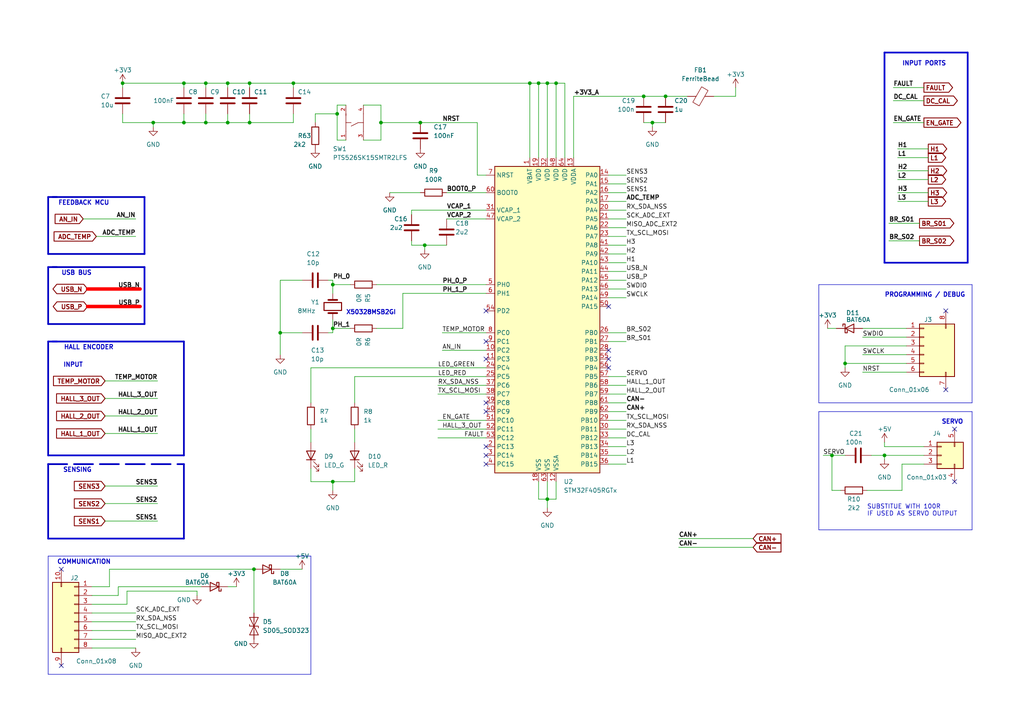
<source format=kicad_sch>
(kicad_sch (version 20231120) (generator "eeschema") (generator_version "8.0")
  (paper "A4")
  (lib_symbols
    (symbol "Connector_Generic:Conn_01x03" (pin_names (offset 1.016) hide)
      (property "Reference" "J2" (at -2.54 6.35 0))
      (property "Value" "Conn_01x03" (at -12.7 -5.08 0))
      (symbol "Conn_01x03_1_1"
        (rectangle (start -1.27 -2.413) (end 0 -2.667) (stroke (width 0.1524)))
        (rectangle (start -1.27 0.127) (end 0 -0.127) (stroke (width 0.1524)))
        (rectangle (start -1.27 2.667) (end 0 2.413) (stroke (width 0.1524)))
        (rectangle (start -1.27 3.81) (end 6.35 -3.81) (stroke (width 0.254)) (fill (type background)))
        (rectangle (start 3.683 -3.81) (end 3.937 -2.54) (stroke (width 0.1524)))
        (rectangle (start 3.937 3.81) (end 3.683 2.54) (stroke (width 0.1524)))
        (pin passive line (at -5.08 2.54 0) (length 3.81) (name "Pin_1") (number "1"))
        (pin passive line (at -5.08 0 0) (length 3.81) (name "Pin_2") (number "2"))
        (pin passive line (at -5.08 -2.54 0) (length 3.81) (name "Pin_3") (number "3"))
        (pin passive line (at 3.81 -7.62 90) (length 3.81) (name "Pin_4") (number "4"))
        (pin passive line (at 3.81 7.62 270) (length 3.81) (name "Pin_5") (number "5"))
      )
    )
    (symbol "Connector_Generic:Conn_01x06" (pin_names (offset 1.016) hide)
      (property "Reference" "J1" (at 0 7.62 0))
      (property "Value" "Conn_01x06" (at -10.16 -12.7 0))
      (symbol "Conn_01x06_1_1"
        (rectangle (start -1.27 -7.493) (end 0 -7.747) (stroke (width 0.1524)))
        (rectangle (start -1.27 -4.953) (end 0 -5.207) (stroke (width 0.1524)))
        (rectangle (start -1.27 -2.413) (end 0 -2.667) (stroke (width 0.1524)))
        (rectangle (start -1.27 0.127) (end 0 -0.127) (stroke (width 0.1524)))
        (rectangle (start -1.27 2.667) (end 0 2.413) (stroke (width 0.1524)))
        (rectangle (start -1.27 5.207) (end 0 4.953) (stroke (width 0.1524)))
        (rectangle (start -1.27 6.35) (end 8.89 -8.89) (stroke (width 0.254)) (fill (type background)))
        (rectangle (start 6.223 -8.89) (end 6.477 -7.62) (stroke (width 0.1524)))
        (rectangle (start 6.477 6.35) (end 6.223 5.08) (stroke (width 0.1524)))
        (pin passive line (at -5.08 5.08 0) (length 3.81) (name "Pin_1") (number "1"))
        (pin passive line (at -5.08 2.54 0) (length 3.81) (name "Pin_2") (number "2"))
        (pin passive line (at -5.08 0 0) (length 3.81) (name "Pin_3") (number "3"))
        (pin passive line (at -5.08 -2.54 0) (length 3.81) (name "Pin_4") (number "4"))
        (pin passive line (at -5.08 -5.08 0) (length 3.81) (name "Pin_5") (number "5"))
        (pin passive line (at -5.08 -7.62 0) (length 3.81) (name "Pin_6") (number "6"))
        (pin passive line (at 6.35 -12.7 90) (length 3.81) (name "Pin_7") (number "7"))
        (pin passive line (at 6.35 10.16 270) (length 3.81) (name "Pin_8") (number "8"))
      )
    )
    (symbol "Connector_Generic:Conn_01x08" (pin_names (offset 1.016) hide)
      (property "Reference" "J3" (at 0 10.16 0))
      (property "Value" "Conn_01x08" (at -6.35 -13.97 0))
      (symbol "Conn_01x08_1_1"
        (rectangle (start -1.27 -10.033) (end 0 -10.287) (stroke (width 0.1524)))
        (rectangle (start -1.27 -7.493) (end 0 -7.747) (stroke (width 0.1524)))
        (rectangle (start -1.27 -4.953) (end 0 -5.207) (stroke (width 0.1524)))
        (rectangle (start -1.27 -2.413) (end 0 -2.667) (stroke (width 0.1524)))
        (rectangle (start -1.27 0.127) (end 0 -0.127) (stroke (width 0.1524)))
        (rectangle (start -1.27 2.667) (end 0 2.413) (stroke (width 0.1524)))
        (rectangle (start -1.27 5.207) (end 0 4.953) (stroke (width 0.1524)))
        (rectangle (start -1.27 7.747) (end 0 7.493) (stroke (width 0.1524)))
        (rectangle (start -1.27 8.89) (end 6.35 -11.43) (stroke (width 0.254)) (fill (type background)))
        (rectangle (start 3.683 -11.43) (end 3.937 -10.16) (stroke (width 0.1524)))
        (rectangle (start 3.937 8.89) (end 3.683 7.62) (stroke (width 0.1524)))
        (pin passive line (at -5.08 7.62 0) (length 3.81) (name "Pin_1") (number "1"))
        (pin passive line (at 3.81 12.7 270) (length 3.81) (name "Pin_10") (number "10"))
        (pin passive line (at -5.08 5.08 0) (length 3.81) (name "Pin_2") (number "2"))
        (pin passive line (at -5.08 2.54 0) (length 3.81) (name "Pin_3") (number "3"))
        (pin passive line (at -5.08 0 0) (length 3.81) (name "Pin_4") (number "4"))
        (pin passive line (at -5.08 -2.54 0) (length 3.81) (name "Pin_5") (number "5"))
        (pin passive line (at -5.08 -5.08 0) (length 3.81) (name "Pin_6") (number "6"))
        (pin passive line (at -5.08 -7.62 0) (length 3.81) (name "Pin_7") (number "7"))
        (pin passive line (at -5.08 -10.16 0) (length 3.81) (name "Pin_8") (number "8"))
        (pin passive line (at 3.81 -15.24 90) (length 3.81) (name "Pin_9") (number "9"))
      )
    )
    (symbol "DF_ESC_Symbol_Library:PTS526SK15SMTR2LFS" (pin_names hide)
      (property "Reference" "SW" (at 0 1.27 0))
      (property "Value" "PTS526SK15SMTR2LFS" (at 0 -2.54 0))
      (symbol "PTS526SK15SMTR2LFS_0_0"
        (polyline (pts (xy -2.54 -15.24) (xy 2.54 -15.24)))
        (polyline (pts (xy -2.54 -10.16) (xy 2.54 -10.16)))
        (polyline (pts (xy 0 -10.16) (xy 0 -11.684)))
        (polyline (pts (xy 2.032 -10.16) (xy 2.54 -10.16)))
        (polyline (pts (xy 0 -15.24) (xy 0 -13.716) (xy -1.016 -11.684)))
        (pin passive line (at -5.08 -10.16 0) (length 2.54) (name "1") (number "1"))
        (pin passive line (at 5.08 -10.16 180) (length 2.54) (name "2") (number "2"))
        (pin passive line (at -5.08 -15.24 0) (length 2.54) (name "3") (number "3"))
        (pin passive line (at 5.08 -15.24 180) (length 2.54) (name "4") (number "4"))
      )
    )
    (symbol "Device:C" (pin_numbers hide) (pin_names (offset 0.254))
      (property "Reference" "C" (at 0.635 2.54 0))
      (property "Value" "C" (at 0.635 -2.54 0))
      (symbol "C_0_1"
        (polyline (pts (xy -2.032 -0.762) (xy 2.032 -0.762)) (stroke (width 0.508)))
        (polyline (pts (xy -2.032 0.762) (xy 2.032 0.762)) (stroke (width 0.508)))
      )
      (symbol "C_1_1"
        (pin passive line (at 0 3.81 270) (length 2.794) (name "~") (number "1"))
        (pin passive line (at 0 -3.81 90) (length 2.794) (name "~") (number "2"))
      )
    )
    (symbol "Device:Crystal" (pin_numbers hide) (pin_names (offset 1.016) hide)
      (property "Reference" "Y" (at 0 3.81 0))
      (property "Value" "Crystal" (at 0 -3.81 0))
      (symbol "Crystal_0_1"
        (rectangle (start -1.143 2.54) (end 1.143 -2.54) (stroke (width 0.3048)))
        (polyline (pts (xy -2.54 0) (xy -1.905 0)))
        (polyline (pts (xy -1.905 -1.27) (xy -1.905 1.27)) (stroke (width 0.508)))
        (polyline (pts (xy 1.905 -1.27) (xy 1.905 1.27)) (stroke (width 0.508)))
        (polyline (pts (xy 2.54 0) (xy 1.905 0)))
      )
      (symbol "Crystal_1_1"
        (pin passive line (at -3.81 0 0) (length 1.27) (name "1") (number "1"))
        (pin passive line (at 3.81 0 180) (length 1.27) (name "2") (number "2"))
      )
    )
    (symbol "Device:FerriteBead" (pin_numbers hide) (pin_names (offset 0))
      (property "Reference" "FB" (at -3.81 0.635 90))
      (property "Value" "FerriteBead" (at 3.81 0 90))
      (symbol "FerriteBead_0_1"
        (polyline (pts (xy 0 -1.27) (xy 0 -1.2192)))
        (polyline (pts (xy 0 1.27) (xy 0 1.2954)))
        (polyline (pts (xy -2.7686 0.4064) (xy -1.7018 2.2606) (xy 2.7686 -0.3048) (xy 1.6764 -2.159) (xy -2.7686 0.4064)))
      )
      (symbol "FerriteBead_1_1"
        (pin passive line (at 0 3.81 270) (length 2.54) (name "~") (number "1"))
        (pin passive line (at 0 -3.81 90) (length 2.54) (name "~") (number "2"))
      )
    )
    (symbol "Device:LED" (pin_numbers hide) (pin_names (offset 1.016) hide)
      (property "Reference" "D" (at 0 2.54 0))
      (property "Value" "LED" (at 0 -2.54 0))
      (symbol "LED_0_1"
        (polyline (pts (xy -1.27 -1.27) (xy -1.27 1.27)) (stroke (width 0.254)))
        (polyline (pts (xy -1.27 0) (xy 1.27 0)))
        (polyline (pts (xy 1.27 -1.27) (xy 1.27 1.27) (xy -1.27 0) (xy 1.27 -1.27)) (stroke (width 0.254)))
        (polyline (pts (xy -3.048 -0.762) (xy -4.572 -2.286) (xy -3.81 -2.286) (xy -4.572 -2.286) (xy -4.572 -1.524)))
        (polyline (pts (xy -1.778 -0.762) (xy -3.302 -2.286) (xy -2.54 -2.286) (xy -3.302 -2.286) (xy -3.302 -1.524)))
      )
      (symbol "LED_1_1"
        (pin passive line (at -3.81 0 0) (length 2.54) (name "K") (number "1"))
        (pin passive line (at 3.81 0 180) (length 2.54) (name "A") (number "2"))
      )
    )
    (symbol "Device:R" (pin_numbers hide) (pin_names (offset 0))
      (property "Reference" "R" (at 2.032 0 90))
      (property "Value" "R" (at 0 0 90))
      (symbol "R_0_1"
        (rectangle (start -1.016 -2.54) (end 1.016 2.54) (stroke (width 0.254)))
      )
      (symbol "R_1_1"
        (pin passive line (at 0 3.81 270) (length 1.27) (name "~") (number "1"))
        (pin passive line (at 0 -3.81 90) (length 1.27) (name "~") (number "2"))
      )
    )
    (symbol "Diode:BAT60A" (pin_numbers hide) (pin_names (offset 1.016) hide)
      (property "Reference" "D" (at 0 2.54 0))
      (property "Value" "BAT60A" (at 0 -2.54 0))
      (symbol "BAT60A_0_1"
        (polyline (pts (xy 1.27 0) (xy -1.27 0)))
        (polyline (pts (xy 1.27 1.27) (xy 1.27 -1.27) (xy -1.27 0) (xy 1.27 1.27)) (stroke (width 0.254)))
        (polyline (pts (xy -1.905 0.635) (xy -1.905 1.27) (xy -1.27 1.27) (xy -1.27 -1.27) (xy -0.635 -1.27) (xy -0.635 -0.635)) (stroke (width 0.254)))
      )
      (symbol "BAT60A_1_1"
        (pin passive line (at -3.81 0 0) (length 2.54) (name "K") (number "1"))
        (pin passive line (at 3.81 0 180) (length 2.54) (name "A") (number "2"))
      )
    )
    (symbol "Diode:SD05_SOD323" (pin_numbers hide) (pin_names (offset 1.016) hide)
      (property "Reference" "D" (at 0 2.54 0))
      (property "Value" "SD05_SOD323" (at 0 -2.54 0))
      (symbol "SD05_SOD323_0_1"
        (polyline (pts (xy 1.27 0) (xy -1.27 0)))
        (polyline (pts (xy -2.54 -1.27) (xy 0 0) (xy -2.54 1.27) (xy -2.54 -1.27)) (stroke (width 0.2032)))
        (polyline (pts (xy 0.508 1.27) (xy 0 1.27) (xy 0 -1.27) (xy -0.508 -1.27)) (stroke (width 0.2032)))
        (polyline (pts (xy 2.54 1.27) (xy 2.54 -1.27) (xy 0 0) (xy 2.54 1.27)) (stroke (width 0.2032)))
      )
      (symbol "SD05_SOD323_1_1"
        (pin passive line (at -3.81 0 0) (length 2.54) (name "A1") (number "1"))
        (pin passive line (at 3.81 0 180) (length 2.54) (name "A2") (number "2"))
      )
    )
    (symbol "MCU_ST_STM32F4:STM32F405RGTx"
      (property "Reference" "U1" (at 4.7341 -45.72 0))
      (property "Value" "STM32F405RGTx" (at 4.7341 -48.26 0))
      (symbol "STM32F405RGTx_0_1"
        (rectangle (start -15.24 -43.18) (end 15.24 45.72) (stroke (width 0.254)) (fill (type background)))
      )
      (symbol "STM32F405RGTx_1_1"
        (pin power_in line (at -5.08 48.26 270) (length 2.54) (name "VBAT") (number "1"))
        (pin bidirectional line (at -17.78 -7.62 0) (length 2.54) (name "PC2") (number "10"))
        (pin bidirectional line (at -17.78 -10.16 0) (length 2.54) (name "PC3") (number "11"))
        (pin power_in line (at 2.54 -45.72 90) (length 2.54) (name "VSSA") (number "12"))
        (pin power_in line (at 7.62 48.26 270) (length 2.54) (name "VDDA") (number "13"))
        (pin bidirectional line (at 17.78 43.18 180) (length 2.54) (name "PA0") (number "14"))
        (pin bidirectional line (at 17.78 40.64 180) (length 2.54) (name "PA1") (number "15"))
        (pin bidirectional line (at 17.78 38.1 180) (length 2.54) (name "PA2") (number "16"))
        (pin bidirectional line (at 17.78 35.56 180) (length 2.54) (name "PA3") (number "17"))
        (pin power_in line (at -2.54 -45.72 90) (length 2.54) (name "VSS") (number "18"))
        (pin power_in line (at -2.54 48.26 270) (length 2.54) (name "VDD") (number "19"))
        (pin bidirectional line (at -17.78 -35.56 0) (length 2.54) (name "PC13") (number "2"))
        (pin bidirectional line (at 17.78 33.02 180) (length 2.54) (name "PA4") (number "20"))
        (pin bidirectional line (at 17.78 30.48 180) (length 2.54) (name "PA5") (number "21"))
        (pin bidirectional line (at 17.78 27.94 180) (length 2.54) (name "PA6") (number "22"))
        (pin bidirectional line (at 17.78 25.4 180) (length 2.54) (name "PA7") (number "23"))
        (pin bidirectional line (at -17.78 -12.7 0) (length 2.54) (name "PC4") (number "24"))
        (pin bidirectional line (at -17.78 -15.24 0) (length 2.54) (name "PC5") (number "25"))
        (pin bidirectional line (at 17.78 -2.54 180) (length 2.54) (name "PB0") (number "26"))
        (pin bidirectional line (at 17.78 -5.08 180) (length 2.54) (name "PB1") (number "27"))
        (pin bidirectional line (at 17.78 -7.62 180) (length 2.54) (name "PB2") (number "28"))
        (pin bidirectional line (at 17.78 -27.94 180) (length 2.54) (name "PB10") (number "29"))
        (pin bidirectional line (at -17.78 -38.1 0) (length 2.54) (name "PC14") (number "3"))
        (pin bidirectional line (at 17.78 -30.48 180) (length 2.54) (name "PB11") (number "30"))
        (pin power_out line (at -17.78 33.02 0) (length 2.54) (name "VCAP_1") (number "31"))
        (pin power_in line (at 0 48.26 270) (length 2.54) (name "VDD") (number "32"))
        (pin bidirectional line (at 17.78 -33.02 180) (length 2.54) (name "PB12") (number "33"))
        (pin bidirectional line (at 17.78 -35.56 180) (length 2.54) (name "PB13") (number "34"))
        (pin bidirectional line (at 17.78 -38.1 180) (length 2.54) (name "PB14") (number "35"))
        (pin bidirectional line (at 17.78 -40.64 180) (length 2.54) (name "PB15") (number "36"))
        (pin bidirectional line (at -17.78 -17.78 0) (length 2.54) (name "PC6") (number "37"))
        (pin bidirectional line (at -17.78 -20.32 0) (length 2.54) (name "PC7") (number "38"))
        (pin bidirectional line (at -17.78 -22.86 0) (length 2.54) (name "PC8") (number "39"))
        (pin bidirectional line (at -17.78 -40.64 0) (length 2.54) (name "PC15") (number "4"))
        (pin bidirectional line (at -17.78 -25.4 0) (length 2.54) (name "PC9") (number "40"))
        (pin bidirectional line (at 17.78 22.86 180) (length 2.54) (name "PA8") (number "41"))
        (pin bidirectional line (at 17.78 20.32 180) (length 2.54) (name "PA9") (number "42"))
        (pin bidirectional line (at 17.78 17.78 180) (length 2.54) (name "PA10") (number "43"))
        (pin bidirectional line (at 17.78 15.24 180) (length 2.54) (name "PA11") (number "44"))
        (pin bidirectional line (at 17.78 12.7 180) (length 2.54) (name "PA12") (number "45"))
        (pin bidirectional line (at 17.78 10.16 180) (length 2.54) (name "PA13") (number "46"))
        (pin power_out line (at -17.78 30.48 0) (length 2.54) (name "VCAP_2") (number "47"))
        (pin power_in line (at 2.54 48.26 270) (length 2.54) (name "VDD") (number "48"))
        (pin bidirectional line (at 17.78 7.62 180) (length 2.54) (name "PA14") (number "49"))
        (pin bidirectional line (at -17.78 11.43 0) (length 2.54) (name "PH0") (number "5"))
        (pin bidirectional line (at 17.78 5.08 180) (length 2.54) (name "PA15") (number "50"))
        (pin bidirectional line (at -17.78 -27.94 0) (length 2.54) (name "PC10") (number "51"))
        (pin bidirectional line (at -17.78 -30.48 0) (length 2.54) (name "PC11") (number "52"))
        (pin bidirectional line (at -17.78 -33.02 0) (length 2.54) (name "PC12") (number "53"))
        (pin bidirectional line (at -17.78 3.81 0) (length 2.54) (name "PD2") (number "54"))
        (pin bidirectional line (at 17.78 -10.16 180) (length 2.54) (name "PB3") (number "55"))
        (pin bidirectional line (at 17.78 -12.7 180) (length 2.54) (name "PB4") (number "56"))
        (pin bidirectional line (at 17.78 -15.24 180) (length 2.54) (name "PB5") (number "57"))
        (pin bidirectional line (at 17.78 -17.78 180) (length 2.54) (name "PB6") (number "58"))
        (pin bidirectional line (at 17.78 -20.32 180) (length 2.54) (name "PB7") (number "59"))
        (pin bidirectional line (at -17.78 8.89 0) (length 2.54) (name "PH1") (number "6"))
        (pin input line (at -17.78 38.1 0) (length 2.54) (name "BOOT0") (number "60"))
        (pin bidirectional line (at 17.78 -22.86 180) (length 2.54) (name "PB8") (number "61"))
        (pin bidirectional line (at 17.78 -25.4 180) (length 2.54) (name "PB9") (number "62"))
        (pin passive line (at 0 -45.72 90) (length 2.54) (name "VSS") (number "63"))
        (pin power_in line (at 5.08 48.26 270) (length 2.54) (name "VDD") (number "64"))
        (pin input line (at -17.78 43.18 0) (length 2.54) (name "NRST") (number "7"))
        (pin bidirectional line (at -17.78 -2.54 0) (length 2.54) (name "PC0") (number "8"))
        (pin bidirectional line (at -17.78 -5.08 0) (length 2.54) (name "PC1") (number "9"))
      )
    )
    (symbol "power:+3V3" (power) (pin_names (offset 0))
      (property "Value" "+3V3" (at 0 3.556 0))
      (symbol "+3V3_0_1"
        (polyline (pts (xy -0.762 1.27) (xy 0 2.54)))
        (polyline (pts (xy 0 0) (xy 0 2.54)))
        (polyline (pts (xy 0 2.54) (xy 0.762 1.27)))
      )
      (symbol "+3V3_1_1"
        (pin power_in line (at 0 0 90) (length 0) hide (name "+3V3") (number "1"))
      )
    )
    (symbol "power:+5V" (power) (pin_names (offset 0))
      (property "Value" "+5V" (at 0 3.556 0))
      (symbol "+5V_0_1"
        (polyline (pts (xy -0.762 1.27) (xy 0 2.54)))
        (polyline (pts (xy 0 0) (xy 0 2.54)))
        (polyline (pts (xy 0 2.54) (xy 0.762 1.27)))
      )
      (symbol "+5V_1_1"
        (pin power_in line (at 0 0 90) (length 0) hide (name "+5V") (number "1"))
      )
    )
    (symbol "power:GND" (power) (pin_names (offset 0))
      (property "Value" "GND" (at 0 -3.81 0))
      (symbol "GND_0_1"
        (polyline (pts (xy 0 0) (xy 0 -1.27) (xy 1.27 -1.27) (xy 0 -2.54) (xy -1.27 -1.27) (xy 0 -1.27)))
      )
      (symbol "GND_1_1"
        (pin power_in line (at 0 0 270) (length 0) hide (name "GND") (number "1"))
      )
    )
  )
  (junction (at 53.34 24.13))
  (junction (at 161.29 24.13))
  (junction (at 66.04 24.13))
  (junction (at 72.39 24.13))
  (junction (at 123.19 71.12))
  (junction (at 189.23 35.56))
  (junction (at 53.34 35.56))
  (junction (at 81.28 96.52))
  (junction (at 96.52 82.55))
  (junction (at 73.66 165.1))
  (junction (at 158.75 24.13))
  (junction (at 156.21 24.13))
  (junction (at 72.39 35.56))
  (junction (at 193.04 27.94))
  (junction (at 110.49 35.56))
  (junction (at 96.52 139.7))
  (junction (at 158.75 144.78))
  (junction (at 96.52 95.25))
  (junction (at 59.69 35.56))
  (junction (at 59.69 24.13))
  (junction (at 153.67 24.13))
  (junction (at 35.56 24.13))
  (junction (at 256.54 132.08))
  (junction (at 85.09 24.13))
  (junction (at 245.11 105.41))
  (junction (at 66.04 35.56))
  (junction (at 97.79 33.02))
  (junction (at 186.69 27.94))
  (junction (at 121.92 35.56))
  (junction (at 44.45 35.56))
  (junction (at 241.3 132.08))
  (no_connect (at 140.97 116.84))
  (no_connect (at 140.97 99.06))
  (no_connect (at 17.78 165.1))
  (no_connect (at 140.97 90.17))
  (no_connect (at 274.32 113.03))
  (no_connect (at 276.86 139.7))
  (no_connect (at 140.97 132.08))
  (no_connect (at 140.97 129.54))
  (no_connect (at 176.53 88.9))
  (no_connect (at 276.86 124.46))
  (no_connect (at 274.32 90.17))
  (no_connect (at 176.53 101.6))
  (no_connect (at 176.53 106.68))
  (no_connect (at 140.97 119.38))
  (no_connect (at 140.97 104.14))
  (no_connect (at 140.97 134.62))
  (no_connect (at 17.78 193.04))
  (no_connect (at 176.53 104.14))
  (wire (pts (xy 267.97 129.54) (xy 256.54 129.54)))
  (wire (pts (xy 109.22 82.55) (xy 140.97 82.55)))
  (wire (pts (xy 53.34 35.56) (xy 53.34 33.02)))
  (wire (pts (xy 110.49 35.56) (xy 110.49 40.64)))
  (wire (pts (xy 102.87 124.46) (xy 102.87 128.27)))
  (wire (pts (xy 181.61 132.08) (xy 176.53 132.08)))
  (wire (pts (xy 127 124.46) (xy 140.97 124.46)))
  (wire (pts (xy 158.75 24.13) (xy 158.75 45.72)))
  (wire (pts (xy 153.67 24.13) (xy 156.21 24.13)))
  (wire (pts (xy 250.19 102.87) (xy 262.89 102.87)))
  (wire (pts (xy 34.29 172.72) (xy 26.67 172.72)))
  (polyline (pts (xy 13.97 57.15) (xy 16.51 57.15)) (stroke (width 0.5)))
  (wire (pts (xy 245.11 106.68) (xy 245.11 105.41)))
  (wire (pts (xy 96.52 139.7) (xy 102.87 139.7)))
  (wire (pts (xy 72.39 35.56) (xy 72.39 33.02)))
  (wire (pts (xy 96.52 85.09) (xy 96.52 82.55)))
  (wire (pts (xy 181.61 121.92) (xy 176.53 121.92)))
  (wire (pts (xy 123.19 71.12) (xy 123.19 72.39)))
  (wire (pts (xy 267.97 29.21) (xy 259.08 29.21)))
  (wire (pts (xy 181.61 134.62) (xy 176.53 134.62)))
  (wire (pts (xy 181.61 60.96) (xy 176.53 60.96)))
  (polyline (pts (xy 256.54 76.2) (xy 256.54 15.24)) (stroke (width 0.5)))
  (polyline (pts (xy 281.94 119.38) (xy 281.94 153.67)))
  (wire (pts (xy 119.38 60.96) (xy 119.38 62.23)))
  (wire (pts (xy 243.84 142.24) (xy 241.3 142.24)))
  (wire (pts (xy 109.22 95.25) (xy 116.84 95.25)))
  (wire (pts (xy 181.61 127) (xy 176.53 127)))
  (wire (pts (xy 256.54 132.08) (xy 256.54 133.35)))
  (wire (pts (xy 81.28 81.28) (xy 81.28 96.52)))
  (wire (pts (xy 156.21 144.78) (xy 156.21 139.7)))
  (wire (pts (xy 25.4 83.82) (xy 40.64 83.82)) (stroke (width 1) (color 255 0 0 1)))
  (wire (pts (xy 90.17 139.7) (xy 90.17 135.89)))
  (wire (pts (xy 181.61 73.66) (xy 176.53 73.66)))
  (wire (pts (xy 85.09 25.4) (xy 85.09 24.13)))
  (polyline (pts (xy 13.97 156.21) (xy 13.97 134.62)) (stroke (width 0.5)))
  (wire (pts (xy 181.61 86.36) (xy 176.53 86.36)))
  (wire (pts (xy 26.67 187.96) (xy 39.37 187.96)))
  (wire (pts (xy 24.13 63.5) (xy 39.37 63.5)))
  (wire (pts (xy 252.73 132.08) (xy 256.54 132.08)))
  (wire (pts (xy 110.49 35.56) (xy 121.92 35.56)))
  (polyline (pts (xy 15.24 99.06) (xy 53.34 99.06)) (stroke (width 0.5)))
  (wire (pts (xy 129.54 71.12) (xy 123.19 71.12)))
  (wire (pts (xy 59.69 35.56) (xy 66.04 35.56)))
  (polyline (pts (xy 13.97 132.08) (xy 13.97 99.06)) (stroke (width 0.5)))
  (wire (pts (xy 35.56 25.4) (xy 35.56 24.13)))
  (polyline (pts (xy 53.34 99.06) (xy 53.34 132.08)) (stroke (width 0.5)))
  (wire (pts (xy 66.04 35.56) (xy 66.04 33.02)))
  (wire (pts (xy 59.69 35.56) (xy 59.69 33.02)))
  (wire (pts (xy 30.48 140.97) (xy 45.72 140.97)))
  (wire (pts (xy 97.79 30.48) (xy 100.33 30.48)))
  (polyline (pts (xy 237.49 82.55) (xy 237.49 116.84)))
  (wire (pts (xy 85.09 35.56) (xy 85.09 33.02)))
  (polyline (pts (xy 53.34 134.62) (xy 53.34 156.21)) (stroke (width 0.5)))
  (wire (pts (xy 95.25 96.52) (xy 96.52 96.52)))
  (wire (pts (xy 90.17 124.46) (xy 90.17 128.27)))
  (wire (pts (xy 44.45 35.56) (xy 53.34 35.56)))
  (wire (pts (xy 26.67 182.88) (xy 39.37 182.88)))
  (wire (pts (xy 123.19 71.12) (xy 119.38 71.12)))
  (wire (pts (xy 81.28 96.52) (xy 81.28 102.87)))
  (wire (pts (xy 35.56 35.56) (xy 35.56 33.02)))
  (wire (pts (xy 196.85 158.75) (xy 218.44 158.75)))
  (wire (pts (xy 199.39 27.94) (xy 193.04 27.94)))
  (wire (pts (xy 27.94 68.58) (xy 39.37 68.58)))
  (wire (pts (xy 241.3 132.08) (xy 245.11 132.08)))
  (wire (pts (xy 90.17 116.84) (xy 90.17 106.68)))
  (wire (pts (xy 116.84 95.25) (xy 116.84 85.09)))
  (wire (pts (xy 193.04 35.56) (xy 189.23 35.56)))
  (wire (pts (xy 156.21 24.13) (xy 158.75 24.13)))
  (wire (pts (xy 81.28 165.1) (xy 87.63 165.1)))
  (wire (pts (xy 96.52 82.55) (xy 96.52 81.28)))
  (wire (pts (xy 26.67 175.26) (xy 36.83 175.26)))
  (polyline (pts (xy 237.49 82.55) (xy 281.94 82.55)))
  (wire (pts (xy 181.61 55.88) (xy 176.53 55.88)))
  (wire (pts (xy 250.19 95.25) (xy 262.89 95.25)))
  (wire (pts (xy 153.67 24.13) (xy 153.67 45.72)))
  (wire (pts (xy 58.42 170.18) (xy 34.29 170.18)))
  (wire (pts (xy 110.49 40.64) (xy 105.41 40.64)))
  (wire (pts (xy 96.52 142.24) (xy 96.52 139.7)))
  (polyline (pts (xy 280.67 15.24) (xy 280.67 76.2)) (stroke (width 0.5)))
  (wire (pts (xy 119.38 60.96) (xy 140.97 60.96)))
  (wire (pts (xy 269.24 49.53) (xy 260.35 49.53)))
  (wire (pts (xy 181.61 78.74) (xy 176.53 78.74)))
  (wire (pts (xy 158.75 144.78) (xy 158.75 147.32)))
  (wire (pts (xy 59.69 24.13) (xy 66.04 24.13)))
  (polyline (pts (xy 41.91 57.15) (xy 41.91 73.66)) (stroke (width 0.5)))
  (wire (pts (xy 96.52 95.25) (xy 101.6 95.25)))
  (polyline (pts (xy 15.24 57.15) (xy 41.91 57.15)) (stroke (width 0.5)))
  (wire (pts (xy 240.03 95.25) (xy 242.57 95.25)))
  (polyline (pts (xy 13.97 161.29) (xy 13.97 195.58)))
  (wire (pts (xy 102.87 116.84) (xy 102.87 109.22)))
  (wire (pts (xy 181.61 68.58) (xy 176.53 68.58)))
  (polyline (pts (xy 53.34 132.08) (xy 13.97 132.08)) (stroke (width 0.5)))
  (wire (pts (xy 26.67 180.34) (xy 39.37 180.34)))
  (wire (pts (xy 181.61 50.8) (xy 176.53 50.8)))
  (wire (pts (xy 241.3 142.24) (xy 241.3 132.08)))
  (polyline (pts (xy 13.97 77.47) (xy 16.51 77.47)) (stroke (width 0.5)))
  (wire (pts (xy 36.83 171.45) (xy 57.15 171.45)))
  (wire (pts (xy 128.27 96.52) (xy 140.97 96.52)))
  (wire (pts (xy 267.97 25.4) (xy 259.08 25.4)))
  (wire (pts (xy 53.34 25.4) (xy 53.34 24.13)))
  (wire (pts (xy 181.61 114.3) (xy 176.53 114.3)))
  (wire (pts (xy 85.09 24.13) (xy 153.67 24.13)))
  (wire (pts (xy 44.45 35.56) (xy 44.45 36.83)))
  (wire (pts (xy 189.23 35.56) (xy 189.23 36.83)))
  (wire (pts (xy 181.61 96.52) (xy 176.53 96.52)))
  (wire (pts (xy 30.48 110.49) (xy 45.72 110.49)))
  (wire (pts (xy 161.29 144.78) (xy 161.29 139.7)))
  (polyline (pts (xy 13.97 134.62) (xy 53.34 134.62)) (stroke (width 0.5) (type dash)))
  (polyline (pts (xy 281.94 153.67) (xy 237.49 153.67)))
  (wire (pts (xy 256.54 132.08) (xy 267.97 132.08)))
  (wire (pts (xy 121.92 55.88) (xy 113.03 55.88)))
  (wire (pts (xy 127 111.76) (xy 140.97 111.76)))
  (wire (pts (xy 189.23 35.56) (xy 186.69 35.56)))
  (wire (pts (xy 267.97 134.62) (xy 261.62 134.62)))
  (wire (pts (xy 163.83 24.13) (xy 163.83 45.72)))
  (wire (pts (xy 138.43 50.8) (xy 140.97 50.8)))
  (wire (pts (xy 44.45 35.56) (xy 35.56 35.56)))
  (wire (pts (xy 30.48 115.57) (xy 45.72 115.57)))
  (wire (pts (xy 245.11 100.33) (xy 262.89 100.33)))
  (wire (pts (xy 66.04 25.4) (xy 66.04 24.13)))
  (wire (pts (xy 97.79 33.02) (xy 97.79 40.64)))
  (wire (pts (xy 181.61 119.38) (xy 176.53 119.38)))
  (polyline (pts (xy 280.67 76.2) (xy 256.54 76.2)) (stroke (width 0.5)))
  (wire (pts (xy 181.61 111.76) (xy 176.53 111.76)))
  (wire (pts (xy 158.75 24.13) (xy 161.29 24.13)))
  (wire (pts (xy 129.54 55.88) (xy 140.97 55.88)))
  (wire (pts (xy 161.29 24.13) (xy 161.29 45.72)))
  (wire (pts (xy 87.63 81.28) (xy 81.28 81.28)))
  (wire (pts (xy 96.52 81.28) (xy 95.25 81.28)))
  (wire (pts (xy 181.61 129.54) (xy 176.53 129.54)))
  (wire (pts (xy 250.19 107.95) (xy 262.89 107.95)))
  (wire (pts (xy 66.04 170.18) (xy 68.58 170.18)))
  (wire (pts (xy 30.48 146.05) (xy 45.72 146.05)))
  (wire (pts (xy 96.52 95.25) (xy 96.52 92.71)))
  (polyline (pts (xy 280.67 15.24) (xy 256.54 15.24)) (stroke (width 0.5)))
  (wire (pts (xy 196.85 156.21) (xy 218.44 156.21)))
  (polyline (pts (xy 13.97 134.62) (xy 13.97 134.62)) (stroke (width 0.5)))
  (wire (pts (xy 102.87 135.89) (xy 102.87 139.7)))
  (wire (pts (xy 181.61 99.06) (xy 176.53 99.06)))
  (wire (pts (xy 127 121.92) (xy 140.97 121.92)))
  (wire (pts (xy 128.27 101.6) (xy 140.97 101.6)))
  (wire (pts (xy 110.49 30.48) (xy 110.49 35.56)))
  (polyline (pts (xy 15.24 77.47) (xy 41.91 77.47)) (stroke (width 0.5)))
  (wire (pts (xy 245.11 105.41) (xy 245.11 100.33)))
  (wire (pts (xy 91.44 35.56) (xy 91.44 33.02)))
  (wire (pts (xy 256.54 129.54) (xy 256.54 128.27)))
  (wire (pts (xy 121.92 35.56) (xy 138.43 35.56)))
  (wire (pts (xy 269.24 52.07) (xy 260.35 52.07)))
  (wire (pts (xy 181.61 124.46) (xy 176.53 124.46)))
  (wire (pts (xy 53.34 35.56) (xy 59.69 35.56)))
  (polyline (pts (xy 13.97 93.98) (xy 13.97 77.47)) (stroke (width 0.5)))
  (polyline (pts (xy 237.49 119.38) (xy 237.49 153.67)))
  (wire (pts (xy 96.52 139.7) (xy 90.17 139.7)))
  (wire (pts (xy 266.7 64.77) (xy 257.81 64.77)))
  (wire (pts (xy 72.39 24.13) (xy 85.09 24.13)))
  (wire (pts (xy 156.21 24.13) (xy 156.21 45.72)))
  (polyline (pts (xy 41.91 93.98) (xy 13.97 93.98)) (stroke (width 0.5)))
  (wire (pts (xy 57.15 171.45) (xy 57.15 172.72)))
  (wire (pts (xy 81.28 96.52) (xy 87.63 96.52)))
  (wire (pts (xy 181.61 53.34) (xy 176.53 53.34)))
  (polyline (pts (xy 281.94 116.84) (xy 237.49 116.84)))
  (wire (pts (xy 30.48 151.13) (xy 45.72 151.13)))
  (wire (pts (xy 34.29 170.18) (xy 34.29 172.72)))
  (wire (pts (xy 261.62 134.62) (xy 261.62 142.24)))
  (polyline (pts (xy 13.97 99.06) (xy 16.51 99.06)) (stroke (width 0.5)))
  (wire (pts (xy 97.79 33.02) (xy 97.79 30.48)))
  (wire (pts (xy 129.54 63.5) (xy 140.97 63.5)))
  (wire (pts (xy 127 127) (xy 140.97 127)))
  (wire (pts (xy 269.24 45.72) (xy 260.35 45.72)))
  (wire (pts (xy 161.29 24.13) (xy 163.83 24.13)))
  (polyline (pts (xy 90.17 161.29) (xy 90.17 195.58)))
  (wire (pts (xy 266.7 69.85) (xy 257.81 69.85)))
  (wire (pts (xy 30.48 120.65) (xy 45.72 120.65)))
  (wire (pts (xy 25.4 88.9) (xy 40.64 88.9)) (stroke (width 1) (color 255 0 0 1)))
  (wire (pts (xy 138.43 35.56) (xy 138.43 50.8)))
  (wire (pts (xy 181.61 71.12) (xy 176.53 71.12)))
  (polyline (pts (xy 281.94 82.55) (xy 281.94 116.84)))
  (polyline (pts (xy 41.91 77.47) (xy 41.91 93.98)) (stroke (width 0.5)))
  (wire (pts (xy 269.24 43.18) (xy 260.35 43.18)))
  (wire (pts (xy 66.04 35.56) (xy 72.39 35.56)))
  (wire (pts (xy 166.37 27.94) (xy 186.69 27.94)))
  (wire (pts (xy 59.69 25.4) (xy 59.69 24.13)))
  (wire (pts (xy 245.11 105.41) (xy 262.89 105.41)))
  (polyline (pts (xy 41.91 73.66) (xy 13.97 73.66)) (stroke (width 0.5)))
  (wire (pts (xy 105.41 30.48) (xy 110.49 30.48)))
  (wire (pts (xy 30.48 125.73) (xy 45.72 125.73)))
  (wire (pts (xy 181.61 76.2) (xy 176.53 76.2)))
  (wire (pts (xy 181.61 109.22) (xy 176.53 109.22)))
  (wire (pts (xy 127 114.3) (xy 140.97 114.3)))
  (polyline (pts (xy 237.49 119.38) (xy 281.94 119.38)))
  (wire (pts (xy 72.39 35.56) (xy 85.09 35.56)))
  (wire (pts (xy 250.19 97.79) (xy 262.89 97.79)))
  (wire (pts (xy 73.66 165.1) (xy 73.66 177.8)))
  (wire (pts (xy 72.39 25.4) (xy 72.39 24.13)))
  (polyline (pts (xy 13.97 73.66) (xy 13.97 57.15)) (stroke (width 0.5)))
  (wire (pts (xy 261.62 142.24) (xy 251.46 142.24)))
  (wire (pts (xy 90.17 106.68) (xy 140.97 106.68)))
  (wire (pts (xy 26.67 170.18) (xy 31.75 170.18)))
  (wire (pts (xy 238.76 132.08) (xy 241.3 132.08)))
  (wire (pts (xy 91.44 33.02) (xy 97.79 33.02)))
  (wire (pts (xy 53.34 24.13) (xy 59.69 24.13)))
  (wire (pts (xy 158.75 139.7) (xy 158.75 144.78)))
  (wire (pts (xy 31.75 165.1) (xy 73.66 165.1)))
  (wire (pts (xy 269.24 55.88) (xy 260.35 55.88)))
  (polyline (pts (xy 53.34 156.21) (xy 13.97 156.21)) (stroke (width 0.5)))
  (wire (pts (xy 181.61 83.82) (xy 176.53 83.82)))
  (wire (pts (xy 102.87 109.22) (xy 140.97 109.22)))
  (wire (pts (xy 213.36 27.94) (xy 207.01 27.94)))
  (polyline (pts (xy 13.97 161.29) (xy 90.17 161.29)))
  (wire (pts (xy 181.61 66.04) (xy 176.53 66.04)))
  (wire (pts (xy 31.75 170.18) (xy 31.75 165.1)))
  (wire (pts (xy 35.56 24.13) (xy 53.34 24.13)))
  (wire (pts (xy 181.61 63.5) (xy 176.53 63.5)))
  (wire (pts (xy 26.67 177.8) (xy 39.37 177.8)))
  (wire (pts (xy 181.61 81.28) (xy 176.53 81.28)))
  (wire (pts (xy 267.97 35.56) (xy 259.08 35.56)))
  (wire (pts (xy 166.37 45.72) (xy 166.37 27.94)))
  (wire (pts (xy 100.33 40.64) (xy 97.79 40.64)))
  (wire (pts (xy 36.83 175.26) (xy 36.83 171.45)))
  (wire (pts (xy 186.69 27.94) (xy 193.04 27.94)))
  (wire (pts (xy 156.21 144.78) (xy 158.75 144.78)))
  (wire (pts (xy 158.75 144.78) (xy 161.29 144.78)))
  (wire (pts (xy 26.67 185.42) (xy 39.37 185.42)))
  (wire (pts (xy 116.84 85.09) (xy 140.97 85.09)))
  (wire (pts (xy 181.61 116.84) (xy 176.53 116.84)))
  (wire (pts (xy 66.04 24.13) (xy 72.39 24.13)))
  (wire (pts (xy 119.38 71.12) (xy 119.38 69.85)))
  (wire (pts (xy 269.24 58.42) (xy 260.35 58.42)))
  (wire (pts (xy 213.36 25.4) (xy 213.36 27.94)))
  (wire (pts (xy 181.61 58.42) (xy 176.53 58.42)))
  (wire (pts (xy 96.52 82.55) (xy 101.6 82.55)))
  (polyline (pts (xy 90.17 195.58) (xy 13.97 195.58)))
  (wire (pts (xy 96.52 96.52) (xy 96.52 95.25)))
  (text "SERVO\n" (at 273.05 123.19 0) (effects (font (size 1.27 1.27) (thickness 0.254) (bold yes)) (justify left bottom)))
  (text "INPUT PORTS\n\n\n\n" (at 261.62 25.4 0) (effects (font (size 1.27 1.27) (bold yes)) (justify left bottom)))
  (text "USB BUS\n" (at 26.67 80.01 0) (effects (font (size 1.27 1.27) (bold yes)) (justify right bottom)))
  (text "HALL ENCODER\n" (at 33.02 101.6 0) (effects (font (size 1.27 1.27) (bold yes)) (justify right bottom)))
  (text "X50328MSB2GI" (at 100.33 91.44 0) (effects (font (size 1.27 1.27) (thickness 0.254) (bold yes)) (justify left bottom)))
  (text "INPUT\n" (at 24.13 106.68 0) (effects (font (size 1.27 1.27) (bold yes)) (justify right bottom)))
  (text "COMMUNICATION" (at 16.51 163.83 0) (effects (font (size 1.27 1.27) (thickness 0.254) (bold yes)) (justify left bottom)))
  (text "FEEDBACK MCU\n" (at 31.75 59.69 0) (effects (font (size 1.27 1.27) (bold yes)) (justify right bottom)))
  (text "SUBSTITUE WITH 100R\nIF USED AS SERVO OUTPUT\n" (at 251.46 149.86 0) (effects (font (size 1.27 1.27)) (justify left bottom)))
  (text "SENSING\n" (at 26.67 137.16 0) (effects (font (size 1.27 1.27) (bold yes)) (justify right bottom)))
  (text "PROGRAMMING / DEBUG\n" (at 256.54 86.36 0) (effects (font (size 1.27 1.27) (thickness 0.254) (bold yes)) (justify left bottom)))
  (label "HALL_1_OUT" (at 181.61 111.76 0))
  (label "SENS2" (at 181.61 53.34 0))
  (label "BR_S02" (at 257.81 69.85 0) (effects (font (bold yes))))
  (label "EN_GATE" (at 259.08 35.56 0) (effects (font (bold yes))))
  (label "BR_S02" (at 181.61 96.52 0))
  (label "NRST" (at 128.27 35.56 0) (effects (font (thickness 0.254) (bold yes))))
  (label "RX_SDA_NSS" (at 181.61 124.46 0))
  (label "L3" (at 181.61 129.54 0))
  (label "L2" (at 181.61 132.08 0))
  (label "SERVO" (at 238.76 132.08 0))
  (label "EN_GATE" (at 128.27 121.92 0))
  (label "HALL_1_OUT" (at 45.72 125.73 180) (effects (font (bold yes))))
  (label "CAN-" (at 196.85 158.75 0) (effects (font (bold yes))))
  (label "SWCLK" (at 250.19 102.87 0))
  (label "H1" (at 181.61 76.2 0))
  (label "FAULT" (at 259.08 25.4 0) (effects (font (bold yes))))
  (label "+3V3_A" (at 166.37 27.94 0) (effects (font (bold yes))))
  (label "DC_CAL" (at 259.08 29.21 0) (effects (font (bold yes))))
  (label "USB_P" (at 181.61 81.28 0))
  (label "CAN+" (at 196.85 156.21 0) (effects (font (bold yes))))
  (label "TX_SCL_MOSI" (at 181.61 121.92 0))
  (label "HALL_3_OUT" (at 45.72 115.57 180) (effects (font (bold yes))))
  (label "TX_SCL_MOSI" (at 39.37 182.88 0))
  (label "USB_N" (at 40.64 83.82 180) (effects (font (bold yes))))
  (label "MISO_ADC_EXT2" (at 39.37 185.42 0))
  (label "SERVO" (at 181.61 109.22 0))
  (label "VCAP_1" (at 129.54 60.96 0) (effects (font (bold yes))))
  (label "DC_CAL" (at 181.61 127 0))
  (label "USB_N" (at 181.61 78.74 0))
  (label "L1" (at 181.61 134.62 0))
  (label "H1" (at 260.35 43.18 0) (effects (font (bold yes))))
  (label "SWDIO" (at 181.61 83.82 0))
  (label "SENS2" (at 45.72 146.05 180) (effects (font (bold yes))))
  (label "ADC_TEMP" (at 181.61 58.42 0) (effects (font (thickness 0.254) (bold yes))))
  (label "CAN-" (at 181.61 116.84 0) (effects (font (bold yes))))
  (label "SENS3" (at 45.72 140.97 180) (effects (font (bold yes))))
  (label "SENS1" (at 181.61 55.88 0))
  (label "SWCLK" (at 181.61 86.36 0))
  (label "CAN+" (at 181.61 119.38 0) (effects (font (bold yes))))
  (label "L3" (at 260.35 58.42 0) (effects (font (bold yes))))
  (label "AN_IN" (at 128.27 101.6 0))
  (label "VCAP_2" (at 129.54 63.5 0) (effects (font (bold yes))))
  (label "TEMP_MOTOR" (at 128.27 96.52 0))
  (label "SCK_ADC_EXT" (at 39.37 177.8 0))
  (label "BR_S01" (at 257.81 64.77 0) (effects (font (bold yes))))
  (label "USB_P" (at 40.64 88.9 180) (effects (font (bold yes))))
  (label "PH_1_P" (at 128.27 85.09 0) (effects (font (bold yes))))
  (label "PH_1" (at 96.52 95.25 0) (effects (font (bold yes))))
  (label "TX_SCL_MOSI" (at 127 114.3 0))
  (label "TX_SCL_MOSI" (at 181.61 68.58 0))
  (label "NRST" (at 250.19 107.95 0))
  (label "ADC_TEMP" (at 39.37 68.58 180) (effects (font (bold yes))))
  (label "SENS3" (at 181.61 50.8 0))
  (label "PH_0" (at 96.52 81.28 0) (effects (font (bold yes))))
  (label "SWDIO" (at 250.19 97.79 0))
  (label "BOOT0_P" (at 129.54 55.88 0) (effects (font (bold yes))))
  (label "HALL_3_OUT" (at 128.27 124.46 0))
  (label "H2" (at 181.61 73.66 0))
  (label "HALL_2_OUT" (at 45.72 120.65 180) (effects (font (bold yes))))
  (label "HALL_2_OUT" (at 181.61 114.3 0))
  (label "TEMP_MOTOR" (at 45.72 110.49 180) (effects (font (bold yes))))
  (label "H3" (at 181.61 71.12 0))
  (label "SENS1" (at 45.72 151.13 180) (effects (font (bold yes))))
  (label "LED_RED" (at 127 109.22 0))
  (label "RX_SDA_NSS" (at 181.61 60.96 0))
  (label "SCK_ADC_EXT" (at 181.61 63.5 0))
  (label "LED_GREEN" (at 127 106.68 0))
  (label "BR_S01" (at 181.61 99.06 0))
  (label "L2" (at 260.35 52.07 0) (effects (font (bold yes))))
  (label "RX_SDA_NSS" (at 39.37 180.34 0))
  (label "FAULT" (at 134.62 127 0))
  (label "MISO_ADC_EXT2" (at 181.61 66.04 0))
  (label "L1" (at 260.35 45.72 0) (effects (font (bold yes))))
  (label "PH_0_P" (at 128.27 82.55 0) (effects (font (bold yes))))
  (label "H2" (at 260.35 49.53 0) (effects (font (bold yes))))
  (label "RX_SDA_NSS" (at 127 111.76 0))
  (label "AN_IN" (at 39.37 63.5 180) (effects (font (bold yes))))
  (label "H3" (at 260.35 55.88 0) (effects (font (bold yes))))
  (global_label "SENS1" (shape input) (at 30.48 151.13 180) (effects (font (bold yes))) (property "Intersheetrefs" "${INTERSHEET_REFS}" (effects (hide yes))))
  (global_label "H3" (shape output) (at 269.24 55.88 0) (effects (font (bold yes))) (property "Intersheetrefs" "${INTERSHEET_REFS}" (effects (hide yes))))
  (global_label "BR_S02" (shape output) (at 266.7 69.85 0) (effects (font (bold yes))) (property "Intersheetrefs" "${INTERSHEET_REFS}" (effects (hide yes))))
  (global_label "H1" (shape output) (at 269.24 43.18 0) (effects (font (bold yes))) (property "Intersheetrefs" "${INTERSHEET_REFS}" (effects (hide yes))))
  (global_label "HALL_2_OUT" (shape input) (at 30.48 120.65 180) (effects (font (bold yes))) (property "Intersheetrefs" "${INTERSHEET_REFS}" (effects (hide yes))))
  (global_label "CAN+" (shape input) (at 218.44 156.21 0) (effects (font (bold yes))) (property "Intersheetrefs" "${INTERSHEET_REFS}" (effects (hide yes))))
  (global_label "HALL_3_OUT" (shape input) (at 30.48 115.57 180) (effects (font (bold yes))) (property "Intersheetrefs" "${INTERSHEET_REFS}" (effects (hide yes))))
  (global_label "L1" (shape output) (at 269.24 45.72 0) (effects (font (bold yes))) (property "Intersheetrefs" "${INTERSHEET_REFS}" (effects (hide yes))))
  (global_label "HALL_1_OUT" (shape input) (at 30.48 125.73 180) (effects (font (bold yes))) (property "Intersheetrefs" "${INTERSHEET_REFS}" (effects (hide yes))))
  (global_label "AN_IN" (shape input) (at 24.13 63.5 180) (effects (font (bold yes))) (property "Intersheetrefs" "${INTERSHEET_REFS}" (effects (hide yes))))
  (global_label "L2" (shape output) (at 269.24 52.07 0) (effects (font (bold yes))) (property "Intersheetrefs" "${INTERSHEET_REFS}" (effects (hide yes))))
  (global_label "USB_N" (shape bidirectional) (at 25.4 83.82 180) (effects (font (bold yes))) (property "Intersheetrefs" "${INTERSHEET_REFS}" (effects (hide yes))))
  (global_label "USB_P" (shape bidirectional) (at 25.4 88.9 180) (effects (font (bold yes))) (property "Intersheetrefs" "${INTERSHEET_REFS}" (effects (hide yes))))
  (global_label "SENS3" (shape input) (at 30.48 140.97 180) (effects (font (bold yes))) (property "Intersheetrefs" "${INTERSHEET_REFS}" (effects (hide yes))))
  (global_label "TEMP_MOTOR" (shape input) (at 30.48 110.49 180) (effects (font (bold yes))) (property "Intersheetrefs" "${INTERSHEET_REFS}" (effects (hide yes))))
  (global_label "FAULT" (shape output) (at 267.97 25.4 0) (effects (font (bold yes))) (property "Intersheetrefs" "${INTERSHEET_REFS}" (effects (hide yes))))
  (global_label "CAN-" (shape input) (at 218.44 158.75 0) (effects (font (bold yes))) (property "Intersheetrefs" "${INTERSHEET_REFS}" (effects (hide yes))))
  (global_label "EN_GATE" (shape output) (at 267.97 35.56 0) (effects (font (bold yes))) (property "Intersheetrefs" "${INTERSHEET_REFS}" (effects (hide yes))))
  (global_label "H2" (shape output) (at 269.24 49.53 0) (effects (font (bold yes))) (property "Intersheetrefs" "${INTERSHEET_REFS}" (effects (hide yes))))
  (global_label "SENS2" (shape input) (at 30.48 146.05 180) (effects (font (bold yes))) (property "Intersheetrefs" "${INTERSHEET_REFS}" (effects (hide yes))))
  (global_label "DC_CAL" (shape output) (at 267.97 29.21 0) (effects (font (bold yes))) (property "Intersheetrefs" "${INTERSHEET_REFS}" (effects (hide yes))))
  (global_label "BR_S01" (shape output) (at 266.7 64.77 0) (effects (font (bold yes))) (property "Intersheetrefs" "${INTERSHEET_REFS}" (effects (hide yes))))
  (global_label "ADC_TEMP" (shape input) (at 27.94 68.58 180) (effects (font (bold yes))) (property "Intersheetrefs" "${INTERSHEET_REFS}" (effects (hide yes))))
  (global_label "L3" (shape output) (at 269.24 58.42 0) (effects (font (bold yes))) (property "Intersheetrefs" "${INTERSHEET_REFS}" (effects (hide yes))))
  (symbol (lib_id "Diode:SD05_SOD323") (at 73.66 181.61 90) (unit 1)
    (property "Reference" "D5" (at 76.2 180.3399 90) (effects (justify right)))
    (property "Value" "SD05_SOD323" (at 76.2 182.8799 90) (effects (justify right)))
    (property "Footprint" "Diode_SMD:D_SOD-323" (effects (hide yes)))
    (property "Datasheet" "https://www.littelfuse.com/~/media/electronics/datasheets/tvs_diode_arrays/littelfuse_tvs_diode_array_sd_c_datasheet.pdf.pdf" (effects (hide yes)))
  )
  (symbol (lib_id "Device:LED") (at 102.87 132.08 90) (unit 1)
    (property "Reference" "D10" (at 106.68 132.3974 90) (effects (justify right)))
    (property "Value" "LED_R" (at 106.68 134.9374 90) (effects (justify right)))
    (property "Footprint" "LED_SMD:LED_1206_3216Metric" (effects (hide yes)))
  )
  (symbol (lib_id "power:+3V3") (at 240.03 95.25 0) (unit 1)
    (property "Reference" "#PWR018" (effects (hide yes)))
    (property "Value" "+3V3" (at 240.03 91.44 0))
  )
  (symbol (lib_id "Device:Crystal") (at 96.52 88.9 90) (unit 1)
    (property "Reference" "Y1" (at 91.44 87.63 90))
    (property "Value" "8MHz" (at 88.9 90.17 90))
    (property "Footprint" "DF_ESC_Footprint_Library:CRYSTAL-SMD_L5.0-W3.2" (effects (hide yes)))
  )
  (symbol (lib_id "Device:C") (at 91.44 81.28 270) (unit 1)
    (property "Reference" "C12" (at 88.9 73.66 90) (effects (justify left)))
    (property "Value" "10p" (at 88.9 76.2 90) (effects (justify left)))
    (property "Footprint" "Capacitor_SMD:C_0603_1608Metric" (effects (hide yes)))
  )
  (symbol (lib_id "Device:R") (at 91.44 39.37 180) (unit 1)
    (property "Reference" "R63" (at 86.36 39.37 0) (effects (justify right)))
    (property "Value" "2k2" (at 85.09 41.91 0) (effects (justify right)))
    (property "Footprint" "Resistor_SMD:R_0603_1608Metric_Pad0.98x0.95mm_HandSolder" (effects (hide yes)))
  )
  (symbol (lib_id "power:GND") (at 81.28 102.87 0) (unit 1)
    (property "Reference" "#PWR06" (effects (hide yes)))
    (property "Value" "GND" (at 81.28 107.95 0))
  )
  (symbol (lib_id "power:GND") (at 256.54 133.35 0) (unit 1)
    (property "Reference" "#PWR022" (effects (hide yes)))
    (property "Value" "GND" (at 256.54 138.43 0))
  )
  (symbol (lib_id "Device:C") (at 53.34 29.21 0) (unit 1)
    (property "Reference" "C8" (at 54.61 26.67 0) (effects (justify left)))
    (property "Value" "100nF" (at 44.45 29.21 0) (effects (justify left)))
    (property "Footprint" "Capacitor_SMD:C_0603_1608Metric" (effects (hide yes)))
  )
  (symbol (lib_id "Device:C") (at 35.56 29.21 0) (unit 1)
    (property "Reference" "C7" (at 29.21 27.94 0) (effects (justify left)))
    (property "Value" "10u" (at 29.21 30.48 0) (effects (justify left)))
    (property "Footprint" "Capacitor_SMD:C_0603_1608Metric" (effects (hide yes)))
  )
  (symbol (lib_id "Diode:BAT60A") (at 62.23 170.18 180) (unit 1)
    (property "Reference" "D6" (at 59.3506 166.9575 0))
    (property "Value" "BAT60A" (at 57.15 168.91 0))
    (property "Footprint" "Diode_SMD:D_SOD-323" (effects (hide yes)))
    (property "Datasheet" "https://www.infineon.com/dgdl/Infineon-BAT60ASERIES-DS-v01_01-en.pdf?fileId=db3a304313d846880113def70c9304a9" (effects (hide yes)))
  )
  (symbol (lib_id "Device:R") (at 125.73 55.88 90) (unit 1)
    (property "Reference" "R9" (at 125.73 49.53 90))
    (property "Value" "100R" (at 125.73 52.07 90))
    (property "Footprint" "Resistor_SMD:R_0603_1608Metric_Pad0.98x0.95mm_HandSolder" (effects (hide yes)))
  )
  (symbol (lib_id "power:GND") (at 44.45 36.83 0) (unit 1)
    (property "Reference" "#PWR04" (effects (hide yes)))
    (property "Value" "GND" (at 44.45 41.91 0))
  )
  (symbol (lib_id "Device:C") (at 119.38 66.04 0) (unit 1)
    (property "Reference" "C16" (at 114.3 63.5 0) (effects (justify left)))
    (property "Value" "2u2" (at 113.03 66.04 0) (effects (justify left)))
    (property "Footprint" "Capacitor_SMD:C_0603_1608Metric" (effects (hide yes)))
  )
  (symbol (lib_id "power:GND") (at 96.52 142.24 0) (unit 1)
    (property "Reference" "#PWR08" (effects (hide yes)))
    (property "Value" "GND" (at 96.52 147.32 0))
  )
  (symbol (lib_id "power:GND") (at 57.15 172.72 0) (unit 1)
    (property "Reference" "#PWR0105" (effects (hide yes)))
    (property "Value" "GND" (at 53.34 173.99 0))
  )
  (symbol (lib_id "power:+5V") (at 256.54 128.27 0) (unit 1)
    (property "Reference" "#PWR021" (effects (hide yes)))
    (property "Value" "+5V" (at 256.54 124.46 0))
  )
  (symbol (lib_id "Connector_Generic:Conn_01x08") (at 21.59 177.8 0) (mirror y) (unit 1)
    (property "Reference" "J2" (at 21.59 167.64 0))
    (property "Value" "Conn_01x08" (at 27.94 191.77 0))
    (property "Footprint" "DF_ESC_Footprint_Library:CONN-SMD_8P-P2.50_HX25003-8AWB" (effects (hide yes)))
  )
  (symbol (lib_id "Device:C") (at 186.69 31.75 0) (unit 1)
    (property "Reference" "C19" (at 180.34 29.21 0) (effects (justify left)))
    (property "Value" "100n" (at 179.07 31.75 0) (effects (justify left)))
    (property "Footprint" "Capacitor_SMD:C_0603_1608Metric" (effects (hide yes)))
  )
  (symbol (lib_id "Connector_Generic:Conn_01x06") (at 267.97 100.33 0) (unit 1)
    (property "Reference" "J3" (at 267.97 92.71 0) (effects (justify left)))
    (property "Value" "Conn_01x06" (at 257.81 113.03 0) (effects (justify left)))
    (property "Footprint" "DF_ESC_Footprint_Library:CONN-SMD_S6B-XH-SM4-TB-LF-SN" (effects (hide yes)))
  )
  (symbol (lib_id "power:GND") (at 158.75 147.32 0) (unit 1)
    (property "Reference" "#PWR014" (effects (hide yes)))
    (property "Value" "GND" (at 158.75 152.4 0))
  )
  (symbol (lib_id "Device:R") (at 105.41 95.25 90) (unit 1)
    (property "Reference" "R6" (at 106.68 97.79 0) (effects (justify right)))
    (property "Value" "0R" (at 104.14 97.79 0) (effects (justify right)))
    (property "Footprint" "Resistor_SMD:R_0603_1608Metric_Pad0.98x0.95mm_HandSolder" (effects (hide yes)))
  )
  (symbol (lib_id "Device:LED") (at 90.17 132.08 90) (unit 1)
    (property "Reference" "D9" (at 93.98 132.3974 90) (effects (justify right)))
    (property "Value" "LED_G" (at 93.98 134.9374 90) (effects (justify right)))
    (property "Footprint" "LED_SMD:LED_1206_3216Metric" (effects (hide yes)))
  )
  (symbol (lib_id "Device:C") (at 248.92 132.08 90) (unit 1)
    (property "Reference" "C21" (at 250.19 125.73 90) (effects (justify left)))
    (property "Value" "100n" (at 250.19 128.27 90) (effects (justify left)))
    (property "Footprint" "Capacitor_SMD:C_0603_1608Metric" (effects (hide yes)))
  )
  (symbol (lib_id "DF_ESC_Symbol_Library:PTS526SK15SMTR2LFS") (at 90.17 35.56 90) (unit 1)
    (property "Reference" "SW1" (at 96.52 43.18 90) (effects (justify right)))
    (property "Value" "PTS526SK15SMTR2LFS" (at 96.52 45.72 90) (effects (justify right)))
    (property "Footprint" "DF_ESC_Footprint_Library:SW-SMD_4P-L5.2-W5.2-P3.70-LS6.4" (effects (hide yes)))
    (property "Datasheet" "https://so.szlcsc.com/global.html?k=C388295&ref=editor" (effects (hide yes)))
    (property "LCSC" "C2689521" (effects (hide yes)))
  )
  (symbol (lib_id "Device:C") (at 193.04 31.75 0) (unit 1)
    (property "Reference" "C20" (at 195.58 29.21 0) (effects (justify left)))
    (property "Value" "1u" (at 195.58 31.75 0) (effects (justify left)))
    (property "Footprint" "Capacitor_SMD:C_0603_1608Metric" (effects (hide yes)))
  )
  (symbol (lib_id "Device:R") (at 105.41 82.55 90) (unit 1)
    (property "Reference" "R5" (at 106.68 85.09 0) (effects (justify right)))
    (property "Value" "0R" (at 104.14 85.09 0) (effects (justify right)))
    (property "Footprint" "Resistor_SMD:R_0603_1608Metric_Pad0.98x0.95mm_HandSolder" (effects (hide yes)))
  )
  (symbol (lib_id "Device:FerriteBead") (at 203.2 27.94 90) (unit 1)
    (property "Reference" "FB1" (at 203.1492 20.32 90))
    (property "Value" "FerriteBead" (at 203.1492 22.86 90))
    (property "Footprint" "Inductor_SMD:L_0603_1608Metric_Pad1.05x0.95mm_HandSolder" (effects (hide yes)))
  )
  (symbol (lib_id "power:GND") (at 91.44 43.18 0) (unit 1)
    (property "Reference" "#PWR07" (effects (hide yes)))
    (property "Value" "GND" (at 91.44 48.26 0))
  )
  (symbol (lib_id "power:+3V3") (at 68.58 170.18 0) (unit 1)
    (property "Reference" "#PWR0104" (effects (hide yes)))
    (property "Value" "+3V3" (at 68.58 166.37 0))
  )
  (symbol (lib_id "Device:R") (at 102.87 120.65 180) (unit 1)
    (property "Reference" "R8" (at 105.41 119.3799 0) (effects (justify right)))
    (property "Value" "1k" (at 105.41 121.9199 0) (effects (justify right)))
    (property "Footprint" "Resistor_SMD:R_0603_1608Metric_Pad0.98x0.95mm_HandSolder" (effects (hide yes)))
  )
  (symbol (lib_id "power:GND") (at 245.11 106.68 0) (unit 1)
    (property "Reference" "#PWR017" (effects (hide yes)))
    (property "Value" "GND" (at 245.11 111.76 0))
  )
  (symbol (lib_id "Connector_Generic:Conn_01x03") (at 273.05 132.08 0) (unit 1)
    (property "Reference" "J4" (at 270.51 125.73 0) (effects (justify left)))
    (property "Value" "Conn_01x03" (at 262.89 138.43 0) (effects (justify left)))
    (property "Footprint" "DF_ESC_Footprint_Library:CONN-SMD_XH-3AWB" (effects (hide yes)))
  )
  (symbol (lib_id "Diode:BAT60A") (at 246.38 95.25 0) (unit 1)
    (property "Reference" "D11" (at 247.3406 90.7322 0))
    (property "Value" "BAT60A" (at 248.92 92.71 0))
    (property "Footprint" "Diode_SMD:D_SOD-323" (effects (hide yes)))
    (property "Datasheet" "https://www.infineon.com/dgdl/Infineon-BAT60ASERIES-DS-v01_01-en.pdf?fileId=db3a304313d846880113def70c9304a9" (effects (hide yes)))
  )
  (symbol (lib_id "power:+3V3") (at 35.56 24.13 0) (unit 1)
    (property "Reference" "#PWR02" (effects (hide yes)))
    (property "Value" "+3V3" (at 35.56 20.32 0))
  )
  (symbol (lib_id "Device:C") (at 59.69 29.21 0) (unit 1)
    (property "Reference" "C9" (at 60.96 26.67 0) (effects (justify left)))
    (property "Value" "100nF" (effects (hide yes)))
    (property "Footprint" "Capacitor_SMD:C_0603_1608Metric" (effects (hide yes)))
  )
  (symbol (lib_id "MCU_ST_STM32F4:STM32F405RGTx") (at 158.75 93.98 0) (unit 1)
    (property "Reference" "U2" (at 163.4841 139.7 0) (effects (justify left)))
    (property "Value" "STM32F405RGTx" (at 163.4841 142.24 0) (effects (justify left)))
    (property "Footprint" "Package_QFP:LQFP-64_10x10mm_P0.5mm" (effects (hide yes)))
    (property "Datasheet" "https://www.st.com/resource/en/datasheet/stm32f405rg.pdf" (effects (hide yes)))
  )
  (symbol (lib_id "Device:R") (at 247.65 142.24 270) (unit 1)
    (property "Reference" "R10" (at 247.65 144.78 90))
    (property "Value" "2k2" (at 247.65 147.32 90))
    (property "Footprint" "Resistor_SMD:R_0603_1608Metric_Pad0.98x0.95mm_HandSolder" (effects (hide yes)))
  )
  (symbol (lib_id "Device:C") (at 66.04 29.21 0) (unit 1)
    (property "Reference" "C10" (at 67.31 26.67 0) (effects (justify left)))
    (property "Value" "100nF" (effects (hide yes)))
    (property "Footprint" "Capacitor_SMD:C_0603_1608Metric" (effects (hide yes)))
  )
  (symbol (lib_id "power:GND") (at 121.92 43.18 0) (unit 1)
    (property "Reference" "#PWR012" (effects (hide yes)))
    (property "Value" "GND" (at 121.92 48.26 0))
  )
  (symbol (lib_id "Diode:BAT60A") (at 77.47 165.1 180) (unit 1)
    (property "Reference" "D8" (at 82.55 166.37 0))
    (property "Value" "BAT60A" (at 82.55 168.91 0))
    (property "Footprint" "Diode_SMD:D_SOD-323" (effects (hide yes)))
    (property "Datasheet" "https://www.infineon.com/dgdl/Infineon-BAT60ASERIES-DS-v01_01-en.pdf?fileId=db3a304313d846880113def70c9304a9" (effects (hide yes)))
  )
  (symbol (lib_id "Device:R") (at 90.17 120.65 180) (unit 1)
    (property "Reference" "R7" (at 92.71 119.3799 0) (effects (justify right)))
    (property "Value" "1k" (at 92.71 121.9199 0) (effects (justify right)))
    (property "Footprint" "Resistor_SMD:R_0603_1608Metric_Pad0.98x0.95mm_HandSolder" (effects (hide yes)))
  )
  (symbol (lib_id "power:GND") (at 73.66 185.42 0) (unit 1)
    (property "Reference" "#PWR0106" (effects (hide yes)))
    (property "Value" "GND" (at 69.85 186.69 0))
  )
  (symbol (lib_id "Device:C") (at 72.39 29.21 0) (unit 1)
    (property "Reference" "C11" (at 73.66 26.67 0) (effects (justify left)))
    (property "Value" "100nF" (effects (hide yes)))
    (property "Footprint" "Capacitor_SMD:C_0603_1608Metric" (effects (hide yes)))
  )
  (symbol (lib_id "Device:C") (at 129.54 67.31 0) (unit 1)
    (property "Reference" "C18" (at 132.08 64.77 0) (effects (justify left)))
    (property "Value" "2u2" (at 132.08 67.31 0) (effects (justify left)))
    (property "Footprint" "Capacitor_SMD:C_0603_1608Metric" (effects (hide yes)))
  )
  (symbol (lib_id "power:+5V") (at 87.63 165.1 0) (unit 1)
    (property "Reference" "#PWR05" (effects (hide yes)))
    (property "Value" "+5V" (at 87.63 161.29 0))
  )
  (symbol (lib_id "power:GND") (at 123.19 72.39 0) (unit 1)
    (property "Reference" "#PWR013" (effects (hide yes)))
    (property "Value" "GND" (at 123.19 77.47 0))
  )
  (symbol (lib_id "Device:C") (at 85.09 29.21 0) (unit 1)
    (property "Reference" "C14" (at 86.36 26.67 0) (effects (justify left)))
    (property "Value" "100nF" (effects (hide yes)))
    (property "Footprint" "Capacitor_SMD:C_0603_1608Metric" (effects (hide yes)))
  )
  (symbol (lib_id "Device:C") (at 91.44 96.52 270) (unit 1)
    (property "Reference" "C13" (at 90.17 101.6 90) (effects (justify left)))
    (property "Value" "10p" (at 90.17 104.14 90) (effects (justify left)))
    (property "Footprint" "Capacitor_SMD:C_0603_1608Metric" (effects (hide yes)))
  )
  (symbol (lib_id "Device:C") (at 121.92 39.37 0) (unit 1)
    (property "Reference" "C17" (at 125.73 36.83 0) (effects (justify left)))
    (property "Value" "100nF" (at 125.73 39.37 0) (effects (justify left)))
    (property "Footprint" "Capacitor_SMD:C_0603_1608Metric" (effects (hide yes)))
  )
  (symbol (lib_id "power:+3V3") (at 213.36 25.4 0) (unit 1)
    (property "Reference" "#PWR016" (effects (hide yes)))
    (property "Value" "+3V3" (at 213.36 21.59 0))
  )
  (symbol (lib_id "power:GND") (at 39.37 187.96 0) (unit 1)
    (property "Reference" "#PWR03" (effects (hide yes)))
    (property "Value" "GND" (at 39.37 193.04 0))
  )
  (symbol (lib_id "power:GND") (at 113.03 55.88 0) (unit 1)
    (property "Reference" "#PWR09" (effects (hide yes)))
    (property "Value" "GND" (at 113.03 60.96 0))
  )
  (symbol (lib_id "power:GND") (at 189.23 36.83 0) (unit 1)
    (property "Reference" "#PWR015" (effects (hide yes)))
    (property "Value" "GND" (at 189.23 41.91 0))
  )
)
</source>
